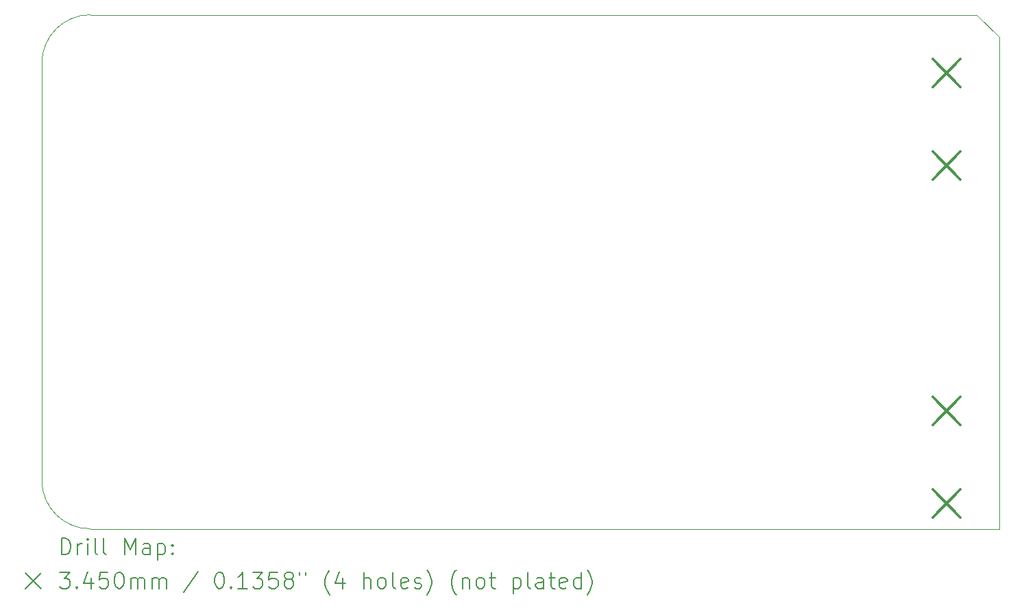
<source format=gbr>
%TF.GenerationSoftware,KiCad,Pcbnew,7.0.1*%
%TF.CreationDate,2023-08-01T18:44:54-04:00*%
%TF.ProjectId,DaughterBoard_UTAP,44617567-6874-4657-9242-6f6172645f55,rev?*%
%TF.SameCoordinates,Original*%
%TF.FileFunction,Drillmap*%
%TF.FilePolarity,Positive*%
%FSLAX45Y45*%
G04 Gerber Fmt 4.5, Leading zero omitted, Abs format (unit mm)*
G04 Created by KiCad (PCBNEW 7.0.1) date 2023-08-01 18:44:54*
%MOMM*%
%LPD*%
G01*
G04 APERTURE LIST*
%ADD10C,0.100000*%
%ADD11C,0.200000*%
%ADD12C,0.345000*%
G04 APERTURE END LIST*
D10*
X5600000Y-5950000D02*
X16550000Y-5950000D01*
X16825000Y-12300000D02*
X5600000Y-12300000D01*
X5600000Y-5950000D02*
G75*
G03*
X5000000Y-6550000I0J-600000D01*
G01*
X5000000Y-11700000D02*
G75*
G03*
X5600000Y-12300000I600000J0D01*
G01*
X16825000Y-6225000D02*
X16825000Y-12300000D01*
X5000000Y-11700000D02*
X5000000Y-6550000D01*
X16550000Y-5950000D02*
X16825000Y-6225000D01*
D11*
D12*
X16004500Y-6494250D02*
X16349500Y-6839250D01*
X16349500Y-6494250D02*
X16004500Y-6839250D01*
X16004500Y-7637250D02*
X16349500Y-7982250D01*
X16349500Y-7637250D02*
X16004500Y-7982250D01*
X16004500Y-10669250D02*
X16349500Y-11014250D01*
X16349500Y-10669250D02*
X16004500Y-11014250D01*
X16004500Y-11812250D02*
X16349500Y-12157250D01*
X16349500Y-11812250D02*
X16004500Y-12157250D01*
D11*
X5242619Y-12617524D02*
X5242619Y-12417524D01*
X5242619Y-12417524D02*
X5290238Y-12417524D01*
X5290238Y-12417524D02*
X5318810Y-12427048D01*
X5318810Y-12427048D02*
X5337857Y-12446095D01*
X5337857Y-12446095D02*
X5347381Y-12465143D01*
X5347381Y-12465143D02*
X5356905Y-12503238D01*
X5356905Y-12503238D02*
X5356905Y-12531809D01*
X5356905Y-12531809D02*
X5347381Y-12569905D01*
X5347381Y-12569905D02*
X5337857Y-12588952D01*
X5337857Y-12588952D02*
X5318810Y-12608000D01*
X5318810Y-12608000D02*
X5290238Y-12617524D01*
X5290238Y-12617524D02*
X5242619Y-12617524D01*
X5442619Y-12617524D02*
X5442619Y-12484190D01*
X5442619Y-12522286D02*
X5452143Y-12503238D01*
X5452143Y-12503238D02*
X5461667Y-12493714D01*
X5461667Y-12493714D02*
X5480714Y-12484190D01*
X5480714Y-12484190D02*
X5499762Y-12484190D01*
X5566429Y-12617524D02*
X5566429Y-12484190D01*
X5566429Y-12417524D02*
X5556905Y-12427048D01*
X5556905Y-12427048D02*
X5566429Y-12436571D01*
X5566429Y-12436571D02*
X5575952Y-12427048D01*
X5575952Y-12427048D02*
X5566429Y-12417524D01*
X5566429Y-12417524D02*
X5566429Y-12436571D01*
X5690238Y-12617524D02*
X5671190Y-12608000D01*
X5671190Y-12608000D02*
X5661667Y-12588952D01*
X5661667Y-12588952D02*
X5661667Y-12417524D01*
X5795000Y-12617524D02*
X5775952Y-12608000D01*
X5775952Y-12608000D02*
X5766428Y-12588952D01*
X5766428Y-12588952D02*
X5766428Y-12417524D01*
X6023571Y-12617524D02*
X6023571Y-12417524D01*
X6023571Y-12417524D02*
X6090238Y-12560381D01*
X6090238Y-12560381D02*
X6156905Y-12417524D01*
X6156905Y-12417524D02*
X6156905Y-12617524D01*
X6337857Y-12617524D02*
X6337857Y-12512762D01*
X6337857Y-12512762D02*
X6328333Y-12493714D01*
X6328333Y-12493714D02*
X6309286Y-12484190D01*
X6309286Y-12484190D02*
X6271190Y-12484190D01*
X6271190Y-12484190D02*
X6252143Y-12493714D01*
X6337857Y-12608000D02*
X6318809Y-12617524D01*
X6318809Y-12617524D02*
X6271190Y-12617524D01*
X6271190Y-12617524D02*
X6252143Y-12608000D01*
X6252143Y-12608000D02*
X6242619Y-12588952D01*
X6242619Y-12588952D02*
X6242619Y-12569905D01*
X6242619Y-12569905D02*
X6252143Y-12550857D01*
X6252143Y-12550857D02*
X6271190Y-12541333D01*
X6271190Y-12541333D02*
X6318809Y-12541333D01*
X6318809Y-12541333D02*
X6337857Y-12531809D01*
X6433095Y-12484190D02*
X6433095Y-12684190D01*
X6433095Y-12493714D02*
X6452143Y-12484190D01*
X6452143Y-12484190D02*
X6490238Y-12484190D01*
X6490238Y-12484190D02*
X6509286Y-12493714D01*
X6509286Y-12493714D02*
X6518809Y-12503238D01*
X6518809Y-12503238D02*
X6528333Y-12522286D01*
X6528333Y-12522286D02*
X6528333Y-12579428D01*
X6528333Y-12579428D02*
X6518809Y-12598476D01*
X6518809Y-12598476D02*
X6509286Y-12608000D01*
X6509286Y-12608000D02*
X6490238Y-12617524D01*
X6490238Y-12617524D02*
X6452143Y-12617524D01*
X6452143Y-12617524D02*
X6433095Y-12608000D01*
X6614048Y-12598476D02*
X6623571Y-12608000D01*
X6623571Y-12608000D02*
X6614048Y-12617524D01*
X6614048Y-12617524D02*
X6604524Y-12608000D01*
X6604524Y-12608000D02*
X6614048Y-12598476D01*
X6614048Y-12598476D02*
X6614048Y-12617524D01*
X6614048Y-12493714D02*
X6623571Y-12503238D01*
X6623571Y-12503238D02*
X6614048Y-12512762D01*
X6614048Y-12512762D02*
X6604524Y-12503238D01*
X6604524Y-12503238D02*
X6614048Y-12493714D01*
X6614048Y-12493714D02*
X6614048Y-12512762D01*
X4795000Y-12845000D02*
X4995000Y-13045000D01*
X4995000Y-12845000D02*
X4795000Y-13045000D01*
X5223571Y-12837524D02*
X5347381Y-12837524D01*
X5347381Y-12837524D02*
X5280714Y-12913714D01*
X5280714Y-12913714D02*
X5309286Y-12913714D01*
X5309286Y-12913714D02*
X5328333Y-12923238D01*
X5328333Y-12923238D02*
X5337857Y-12932762D01*
X5337857Y-12932762D02*
X5347381Y-12951809D01*
X5347381Y-12951809D02*
X5347381Y-12999428D01*
X5347381Y-12999428D02*
X5337857Y-13018476D01*
X5337857Y-13018476D02*
X5328333Y-13028000D01*
X5328333Y-13028000D02*
X5309286Y-13037524D01*
X5309286Y-13037524D02*
X5252143Y-13037524D01*
X5252143Y-13037524D02*
X5233095Y-13028000D01*
X5233095Y-13028000D02*
X5223571Y-13018476D01*
X5433095Y-13018476D02*
X5442619Y-13028000D01*
X5442619Y-13028000D02*
X5433095Y-13037524D01*
X5433095Y-13037524D02*
X5423571Y-13028000D01*
X5423571Y-13028000D02*
X5433095Y-13018476D01*
X5433095Y-13018476D02*
X5433095Y-13037524D01*
X5614048Y-12904190D02*
X5614048Y-13037524D01*
X5566429Y-12828000D02*
X5518810Y-12970857D01*
X5518810Y-12970857D02*
X5642619Y-12970857D01*
X5814048Y-12837524D02*
X5718809Y-12837524D01*
X5718809Y-12837524D02*
X5709286Y-12932762D01*
X5709286Y-12932762D02*
X5718809Y-12923238D01*
X5718809Y-12923238D02*
X5737857Y-12913714D01*
X5737857Y-12913714D02*
X5785476Y-12913714D01*
X5785476Y-12913714D02*
X5804524Y-12923238D01*
X5804524Y-12923238D02*
X5814048Y-12932762D01*
X5814048Y-12932762D02*
X5823571Y-12951809D01*
X5823571Y-12951809D02*
X5823571Y-12999428D01*
X5823571Y-12999428D02*
X5814048Y-13018476D01*
X5814048Y-13018476D02*
X5804524Y-13028000D01*
X5804524Y-13028000D02*
X5785476Y-13037524D01*
X5785476Y-13037524D02*
X5737857Y-13037524D01*
X5737857Y-13037524D02*
X5718809Y-13028000D01*
X5718809Y-13028000D02*
X5709286Y-13018476D01*
X5947381Y-12837524D02*
X5966429Y-12837524D01*
X5966429Y-12837524D02*
X5985476Y-12847048D01*
X5985476Y-12847048D02*
X5995000Y-12856571D01*
X5995000Y-12856571D02*
X6004524Y-12875619D01*
X6004524Y-12875619D02*
X6014048Y-12913714D01*
X6014048Y-12913714D02*
X6014048Y-12961333D01*
X6014048Y-12961333D02*
X6004524Y-12999428D01*
X6004524Y-12999428D02*
X5995000Y-13018476D01*
X5995000Y-13018476D02*
X5985476Y-13028000D01*
X5985476Y-13028000D02*
X5966429Y-13037524D01*
X5966429Y-13037524D02*
X5947381Y-13037524D01*
X5947381Y-13037524D02*
X5928333Y-13028000D01*
X5928333Y-13028000D02*
X5918809Y-13018476D01*
X5918809Y-13018476D02*
X5909286Y-12999428D01*
X5909286Y-12999428D02*
X5899762Y-12961333D01*
X5899762Y-12961333D02*
X5899762Y-12913714D01*
X5899762Y-12913714D02*
X5909286Y-12875619D01*
X5909286Y-12875619D02*
X5918809Y-12856571D01*
X5918809Y-12856571D02*
X5928333Y-12847048D01*
X5928333Y-12847048D02*
X5947381Y-12837524D01*
X6099762Y-13037524D02*
X6099762Y-12904190D01*
X6099762Y-12923238D02*
X6109286Y-12913714D01*
X6109286Y-12913714D02*
X6128333Y-12904190D01*
X6128333Y-12904190D02*
X6156905Y-12904190D01*
X6156905Y-12904190D02*
X6175952Y-12913714D01*
X6175952Y-12913714D02*
X6185476Y-12932762D01*
X6185476Y-12932762D02*
X6185476Y-13037524D01*
X6185476Y-12932762D02*
X6195000Y-12913714D01*
X6195000Y-12913714D02*
X6214048Y-12904190D01*
X6214048Y-12904190D02*
X6242619Y-12904190D01*
X6242619Y-12904190D02*
X6261667Y-12913714D01*
X6261667Y-12913714D02*
X6271190Y-12932762D01*
X6271190Y-12932762D02*
X6271190Y-13037524D01*
X6366429Y-13037524D02*
X6366429Y-12904190D01*
X6366429Y-12923238D02*
X6375952Y-12913714D01*
X6375952Y-12913714D02*
X6395000Y-12904190D01*
X6395000Y-12904190D02*
X6423571Y-12904190D01*
X6423571Y-12904190D02*
X6442619Y-12913714D01*
X6442619Y-12913714D02*
X6452143Y-12932762D01*
X6452143Y-12932762D02*
X6452143Y-13037524D01*
X6452143Y-12932762D02*
X6461667Y-12913714D01*
X6461667Y-12913714D02*
X6480714Y-12904190D01*
X6480714Y-12904190D02*
X6509286Y-12904190D01*
X6509286Y-12904190D02*
X6528333Y-12913714D01*
X6528333Y-12913714D02*
X6537857Y-12932762D01*
X6537857Y-12932762D02*
X6537857Y-13037524D01*
X6928333Y-12828000D02*
X6756905Y-13085143D01*
X7185476Y-12837524D02*
X7204524Y-12837524D01*
X7204524Y-12837524D02*
X7223572Y-12847048D01*
X7223572Y-12847048D02*
X7233095Y-12856571D01*
X7233095Y-12856571D02*
X7242619Y-12875619D01*
X7242619Y-12875619D02*
X7252143Y-12913714D01*
X7252143Y-12913714D02*
X7252143Y-12961333D01*
X7252143Y-12961333D02*
X7242619Y-12999428D01*
X7242619Y-12999428D02*
X7233095Y-13018476D01*
X7233095Y-13018476D02*
X7223572Y-13028000D01*
X7223572Y-13028000D02*
X7204524Y-13037524D01*
X7204524Y-13037524D02*
X7185476Y-13037524D01*
X7185476Y-13037524D02*
X7166429Y-13028000D01*
X7166429Y-13028000D02*
X7156905Y-13018476D01*
X7156905Y-13018476D02*
X7147381Y-12999428D01*
X7147381Y-12999428D02*
X7137857Y-12961333D01*
X7137857Y-12961333D02*
X7137857Y-12913714D01*
X7137857Y-12913714D02*
X7147381Y-12875619D01*
X7147381Y-12875619D02*
X7156905Y-12856571D01*
X7156905Y-12856571D02*
X7166429Y-12847048D01*
X7166429Y-12847048D02*
X7185476Y-12837524D01*
X7337857Y-13018476D02*
X7347381Y-13028000D01*
X7347381Y-13028000D02*
X7337857Y-13037524D01*
X7337857Y-13037524D02*
X7328333Y-13028000D01*
X7328333Y-13028000D02*
X7337857Y-13018476D01*
X7337857Y-13018476D02*
X7337857Y-13037524D01*
X7537857Y-13037524D02*
X7423572Y-13037524D01*
X7480714Y-13037524D02*
X7480714Y-12837524D01*
X7480714Y-12837524D02*
X7461667Y-12866095D01*
X7461667Y-12866095D02*
X7442619Y-12885143D01*
X7442619Y-12885143D02*
X7423572Y-12894667D01*
X7604524Y-12837524D02*
X7728333Y-12837524D01*
X7728333Y-12837524D02*
X7661667Y-12913714D01*
X7661667Y-12913714D02*
X7690238Y-12913714D01*
X7690238Y-12913714D02*
X7709286Y-12923238D01*
X7709286Y-12923238D02*
X7718810Y-12932762D01*
X7718810Y-12932762D02*
X7728333Y-12951809D01*
X7728333Y-12951809D02*
X7728333Y-12999428D01*
X7728333Y-12999428D02*
X7718810Y-13018476D01*
X7718810Y-13018476D02*
X7709286Y-13028000D01*
X7709286Y-13028000D02*
X7690238Y-13037524D01*
X7690238Y-13037524D02*
X7633095Y-13037524D01*
X7633095Y-13037524D02*
X7614048Y-13028000D01*
X7614048Y-13028000D02*
X7604524Y-13018476D01*
X7909286Y-12837524D02*
X7814048Y-12837524D01*
X7814048Y-12837524D02*
X7804524Y-12932762D01*
X7804524Y-12932762D02*
X7814048Y-12923238D01*
X7814048Y-12923238D02*
X7833095Y-12913714D01*
X7833095Y-12913714D02*
X7880714Y-12913714D01*
X7880714Y-12913714D02*
X7899762Y-12923238D01*
X7899762Y-12923238D02*
X7909286Y-12932762D01*
X7909286Y-12932762D02*
X7918810Y-12951809D01*
X7918810Y-12951809D02*
X7918810Y-12999428D01*
X7918810Y-12999428D02*
X7909286Y-13018476D01*
X7909286Y-13018476D02*
X7899762Y-13028000D01*
X7899762Y-13028000D02*
X7880714Y-13037524D01*
X7880714Y-13037524D02*
X7833095Y-13037524D01*
X7833095Y-13037524D02*
X7814048Y-13028000D01*
X7814048Y-13028000D02*
X7804524Y-13018476D01*
X8033095Y-12923238D02*
X8014048Y-12913714D01*
X8014048Y-12913714D02*
X8004524Y-12904190D01*
X8004524Y-12904190D02*
X7995000Y-12885143D01*
X7995000Y-12885143D02*
X7995000Y-12875619D01*
X7995000Y-12875619D02*
X8004524Y-12856571D01*
X8004524Y-12856571D02*
X8014048Y-12847048D01*
X8014048Y-12847048D02*
X8033095Y-12837524D01*
X8033095Y-12837524D02*
X8071191Y-12837524D01*
X8071191Y-12837524D02*
X8090238Y-12847048D01*
X8090238Y-12847048D02*
X8099762Y-12856571D01*
X8099762Y-12856571D02*
X8109286Y-12875619D01*
X8109286Y-12875619D02*
X8109286Y-12885143D01*
X8109286Y-12885143D02*
X8099762Y-12904190D01*
X8099762Y-12904190D02*
X8090238Y-12913714D01*
X8090238Y-12913714D02*
X8071191Y-12923238D01*
X8071191Y-12923238D02*
X8033095Y-12923238D01*
X8033095Y-12923238D02*
X8014048Y-12932762D01*
X8014048Y-12932762D02*
X8004524Y-12942286D01*
X8004524Y-12942286D02*
X7995000Y-12961333D01*
X7995000Y-12961333D02*
X7995000Y-12999428D01*
X7995000Y-12999428D02*
X8004524Y-13018476D01*
X8004524Y-13018476D02*
X8014048Y-13028000D01*
X8014048Y-13028000D02*
X8033095Y-13037524D01*
X8033095Y-13037524D02*
X8071191Y-13037524D01*
X8071191Y-13037524D02*
X8090238Y-13028000D01*
X8090238Y-13028000D02*
X8099762Y-13018476D01*
X8099762Y-13018476D02*
X8109286Y-12999428D01*
X8109286Y-12999428D02*
X8109286Y-12961333D01*
X8109286Y-12961333D02*
X8099762Y-12942286D01*
X8099762Y-12942286D02*
X8090238Y-12932762D01*
X8090238Y-12932762D02*
X8071191Y-12923238D01*
X8185476Y-12837524D02*
X8185476Y-12875619D01*
X8261667Y-12837524D02*
X8261667Y-12875619D01*
X8556905Y-13113714D02*
X8547381Y-13104190D01*
X8547381Y-13104190D02*
X8528334Y-13075619D01*
X8528334Y-13075619D02*
X8518810Y-13056571D01*
X8518810Y-13056571D02*
X8509286Y-13028000D01*
X8509286Y-13028000D02*
X8499762Y-12980381D01*
X8499762Y-12980381D02*
X8499762Y-12942286D01*
X8499762Y-12942286D02*
X8509286Y-12894667D01*
X8509286Y-12894667D02*
X8518810Y-12866095D01*
X8518810Y-12866095D02*
X8528334Y-12847048D01*
X8528334Y-12847048D02*
X8547381Y-12818476D01*
X8547381Y-12818476D02*
X8556905Y-12808952D01*
X8718810Y-12904190D02*
X8718810Y-13037524D01*
X8671191Y-12828000D02*
X8623572Y-12970857D01*
X8623572Y-12970857D02*
X8747381Y-12970857D01*
X8975953Y-13037524D02*
X8975953Y-12837524D01*
X9061667Y-13037524D02*
X9061667Y-12932762D01*
X9061667Y-12932762D02*
X9052143Y-12913714D01*
X9052143Y-12913714D02*
X9033096Y-12904190D01*
X9033096Y-12904190D02*
X9004524Y-12904190D01*
X9004524Y-12904190D02*
X8985477Y-12913714D01*
X8985477Y-12913714D02*
X8975953Y-12923238D01*
X9185477Y-13037524D02*
X9166429Y-13028000D01*
X9166429Y-13028000D02*
X9156905Y-13018476D01*
X9156905Y-13018476D02*
X9147381Y-12999428D01*
X9147381Y-12999428D02*
X9147381Y-12942286D01*
X9147381Y-12942286D02*
X9156905Y-12923238D01*
X9156905Y-12923238D02*
X9166429Y-12913714D01*
X9166429Y-12913714D02*
X9185477Y-12904190D01*
X9185477Y-12904190D02*
X9214048Y-12904190D01*
X9214048Y-12904190D02*
X9233096Y-12913714D01*
X9233096Y-12913714D02*
X9242619Y-12923238D01*
X9242619Y-12923238D02*
X9252143Y-12942286D01*
X9252143Y-12942286D02*
X9252143Y-12999428D01*
X9252143Y-12999428D02*
X9242619Y-13018476D01*
X9242619Y-13018476D02*
X9233096Y-13028000D01*
X9233096Y-13028000D02*
X9214048Y-13037524D01*
X9214048Y-13037524D02*
X9185477Y-13037524D01*
X9366429Y-13037524D02*
X9347381Y-13028000D01*
X9347381Y-13028000D02*
X9337858Y-13008952D01*
X9337858Y-13008952D02*
X9337858Y-12837524D01*
X9518810Y-13028000D02*
X9499762Y-13037524D01*
X9499762Y-13037524D02*
X9461667Y-13037524D01*
X9461667Y-13037524D02*
X9442619Y-13028000D01*
X9442619Y-13028000D02*
X9433096Y-13008952D01*
X9433096Y-13008952D02*
X9433096Y-12932762D01*
X9433096Y-12932762D02*
X9442619Y-12913714D01*
X9442619Y-12913714D02*
X9461667Y-12904190D01*
X9461667Y-12904190D02*
X9499762Y-12904190D01*
X9499762Y-12904190D02*
X9518810Y-12913714D01*
X9518810Y-12913714D02*
X9528334Y-12932762D01*
X9528334Y-12932762D02*
X9528334Y-12951809D01*
X9528334Y-12951809D02*
X9433096Y-12970857D01*
X9604524Y-13028000D02*
X9623572Y-13037524D01*
X9623572Y-13037524D02*
X9661667Y-13037524D01*
X9661667Y-13037524D02*
X9680715Y-13028000D01*
X9680715Y-13028000D02*
X9690239Y-13008952D01*
X9690239Y-13008952D02*
X9690239Y-12999428D01*
X9690239Y-12999428D02*
X9680715Y-12980381D01*
X9680715Y-12980381D02*
X9661667Y-12970857D01*
X9661667Y-12970857D02*
X9633096Y-12970857D01*
X9633096Y-12970857D02*
X9614048Y-12961333D01*
X9614048Y-12961333D02*
X9604524Y-12942286D01*
X9604524Y-12942286D02*
X9604524Y-12932762D01*
X9604524Y-12932762D02*
X9614048Y-12913714D01*
X9614048Y-12913714D02*
X9633096Y-12904190D01*
X9633096Y-12904190D02*
X9661667Y-12904190D01*
X9661667Y-12904190D02*
X9680715Y-12913714D01*
X9756905Y-13113714D02*
X9766429Y-13104190D01*
X9766429Y-13104190D02*
X9785477Y-13075619D01*
X9785477Y-13075619D02*
X9795000Y-13056571D01*
X9795000Y-13056571D02*
X9804524Y-13028000D01*
X9804524Y-13028000D02*
X9814048Y-12980381D01*
X9814048Y-12980381D02*
X9814048Y-12942286D01*
X9814048Y-12942286D02*
X9804524Y-12894667D01*
X9804524Y-12894667D02*
X9795000Y-12866095D01*
X9795000Y-12866095D02*
X9785477Y-12847048D01*
X9785477Y-12847048D02*
X9766429Y-12818476D01*
X9766429Y-12818476D02*
X9756905Y-12808952D01*
X10118810Y-13113714D02*
X10109286Y-13104190D01*
X10109286Y-13104190D02*
X10090239Y-13075619D01*
X10090239Y-13075619D02*
X10080715Y-13056571D01*
X10080715Y-13056571D02*
X10071191Y-13028000D01*
X10071191Y-13028000D02*
X10061667Y-12980381D01*
X10061667Y-12980381D02*
X10061667Y-12942286D01*
X10061667Y-12942286D02*
X10071191Y-12894667D01*
X10071191Y-12894667D02*
X10080715Y-12866095D01*
X10080715Y-12866095D02*
X10090239Y-12847048D01*
X10090239Y-12847048D02*
X10109286Y-12818476D01*
X10109286Y-12818476D02*
X10118810Y-12808952D01*
X10195000Y-12904190D02*
X10195000Y-13037524D01*
X10195000Y-12923238D02*
X10204524Y-12913714D01*
X10204524Y-12913714D02*
X10223572Y-12904190D01*
X10223572Y-12904190D02*
X10252143Y-12904190D01*
X10252143Y-12904190D02*
X10271191Y-12913714D01*
X10271191Y-12913714D02*
X10280715Y-12932762D01*
X10280715Y-12932762D02*
X10280715Y-13037524D01*
X10404524Y-13037524D02*
X10385477Y-13028000D01*
X10385477Y-13028000D02*
X10375953Y-13018476D01*
X10375953Y-13018476D02*
X10366429Y-12999428D01*
X10366429Y-12999428D02*
X10366429Y-12942286D01*
X10366429Y-12942286D02*
X10375953Y-12923238D01*
X10375953Y-12923238D02*
X10385477Y-12913714D01*
X10385477Y-12913714D02*
X10404524Y-12904190D01*
X10404524Y-12904190D02*
X10433096Y-12904190D01*
X10433096Y-12904190D02*
X10452143Y-12913714D01*
X10452143Y-12913714D02*
X10461667Y-12923238D01*
X10461667Y-12923238D02*
X10471191Y-12942286D01*
X10471191Y-12942286D02*
X10471191Y-12999428D01*
X10471191Y-12999428D02*
X10461667Y-13018476D01*
X10461667Y-13018476D02*
X10452143Y-13028000D01*
X10452143Y-13028000D02*
X10433096Y-13037524D01*
X10433096Y-13037524D02*
X10404524Y-13037524D01*
X10528334Y-12904190D02*
X10604524Y-12904190D01*
X10556905Y-12837524D02*
X10556905Y-13008952D01*
X10556905Y-13008952D02*
X10566429Y-13028000D01*
X10566429Y-13028000D02*
X10585477Y-13037524D01*
X10585477Y-13037524D02*
X10604524Y-13037524D01*
X10823572Y-12904190D02*
X10823572Y-13104190D01*
X10823572Y-12913714D02*
X10842620Y-12904190D01*
X10842620Y-12904190D02*
X10880715Y-12904190D01*
X10880715Y-12904190D02*
X10899762Y-12913714D01*
X10899762Y-12913714D02*
X10909286Y-12923238D01*
X10909286Y-12923238D02*
X10918810Y-12942286D01*
X10918810Y-12942286D02*
X10918810Y-12999428D01*
X10918810Y-12999428D02*
X10909286Y-13018476D01*
X10909286Y-13018476D02*
X10899762Y-13028000D01*
X10899762Y-13028000D02*
X10880715Y-13037524D01*
X10880715Y-13037524D02*
X10842620Y-13037524D01*
X10842620Y-13037524D02*
X10823572Y-13028000D01*
X11033096Y-13037524D02*
X11014048Y-13028000D01*
X11014048Y-13028000D02*
X11004524Y-13008952D01*
X11004524Y-13008952D02*
X11004524Y-12837524D01*
X11195000Y-13037524D02*
X11195000Y-12932762D01*
X11195000Y-12932762D02*
X11185477Y-12913714D01*
X11185477Y-12913714D02*
X11166429Y-12904190D01*
X11166429Y-12904190D02*
X11128334Y-12904190D01*
X11128334Y-12904190D02*
X11109286Y-12913714D01*
X11195000Y-13028000D02*
X11175953Y-13037524D01*
X11175953Y-13037524D02*
X11128334Y-13037524D01*
X11128334Y-13037524D02*
X11109286Y-13028000D01*
X11109286Y-13028000D02*
X11099762Y-13008952D01*
X11099762Y-13008952D02*
X11099762Y-12989905D01*
X11099762Y-12989905D02*
X11109286Y-12970857D01*
X11109286Y-12970857D02*
X11128334Y-12961333D01*
X11128334Y-12961333D02*
X11175953Y-12961333D01*
X11175953Y-12961333D02*
X11195000Y-12951809D01*
X11261667Y-12904190D02*
X11337858Y-12904190D01*
X11290239Y-12837524D02*
X11290239Y-13008952D01*
X11290239Y-13008952D02*
X11299762Y-13028000D01*
X11299762Y-13028000D02*
X11318810Y-13037524D01*
X11318810Y-13037524D02*
X11337858Y-13037524D01*
X11480715Y-13028000D02*
X11461667Y-13037524D01*
X11461667Y-13037524D02*
X11423572Y-13037524D01*
X11423572Y-13037524D02*
X11404524Y-13028000D01*
X11404524Y-13028000D02*
X11395000Y-13008952D01*
X11395000Y-13008952D02*
X11395000Y-12932762D01*
X11395000Y-12932762D02*
X11404524Y-12913714D01*
X11404524Y-12913714D02*
X11423572Y-12904190D01*
X11423572Y-12904190D02*
X11461667Y-12904190D01*
X11461667Y-12904190D02*
X11480715Y-12913714D01*
X11480715Y-12913714D02*
X11490239Y-12932762D01*
X11490239Y-12932762D02*
X11490239Y-12951809D01*
X11490239Y-12951809D02*
X11395000Y-12970857D01*
X11661667Y-13037524D02*
X11661667Y-12837524D01*
X11661667Y-13028000D02*
X11642620Y-13037524D01*
X11642620Y-13037524D02*
X11604524Y-13037524D01*
X11604524Y-13037524D02*
X11585477Y-13028000D01*
X11585477Y-13028000D02*
X11575953Y-13018476D01*
X11575953Y-13018476D02*
X11566429Y-12999428D01*
X11566429Y-12999428D02*
X11566429Y-12942286D01*
X11566429Y-12942286D02*
X11575953Y-12923238D01*
X11575953Y-12923238D02*
X11585477Y-12913714D01*
X11585477Y-12913714D02*
X11604524Y-12904190D01*
X11604524Y-12904190D02*
X11642620Y-12904190D01*
X11642620Y-12904190D02*
X11661667Y-12913714D01*
X11737858Y-13113714D02*
X11747381Y-13104190D01*
X11747381Y-13104190D02*
X11766429Y-13075619D01*
X11766429Y-13075619D02*
X11775953Y-13056571D01*
X11775953Y-13056571D02*
X11785477Y-13028000D01*
X11785477Y-13028000D02*
X11795000Y-12980381D01*
X11795000Y-12980381D02*
X11795000Y-12942286D01*
X11795000Y-12942286D02*
X11785477Y-12894667D01*
X11785477Y-12894667D02*
X11775953Y-12866095D01*
X11775953Y-12866095D02*
X11766429Y-12847048D01*
X11766429Y-12847048D02*
X11747381Y-12818476D01*
X11747381Y-12818476D02*
X11737858Y-12808952D01*
M02*

</source>
